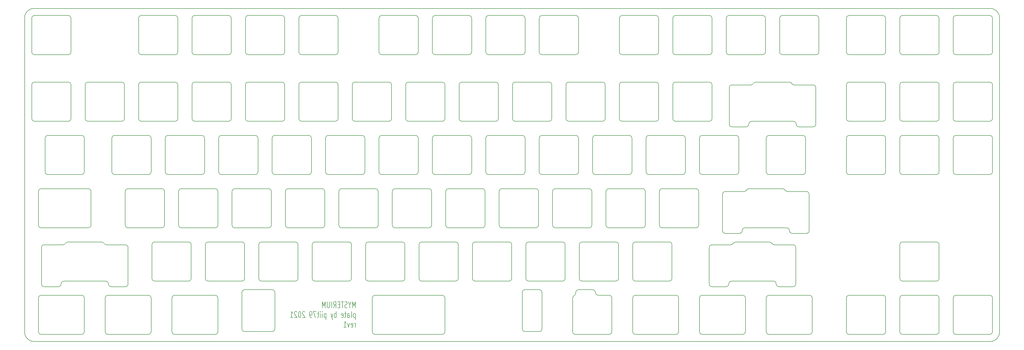
<source format=gbr>
%TF.GenerationSoftware,KiCad,Pcbnew,5.1.7-a382d34a8~88~ubuntu20.04.1*%
%TF.CreationDate,2021-02-20T20:02:39+01:00*%
%TF.ProjectId,mysterium-plate,6d797374-6572-4697-956d-2d706c617465,rev?*%
%TF.SameCoordinates,Original*%
%TF.FileFunction,Legend,Bot*%
%TF.FilePolarity,Positive*%
%FSLAX46Y46*%
G04 Gerber Fmt 4.6, Leading zero omitted, Abs format (unit mm)*
G04 Created by KiCad (PCBNEW 5.1.7-a382d34a8~88~ubuntu20.04.1) date 2021-02-20 20:02:39*
%MOMM*%
%LPD*%
G01*
G04 APERTURE LIST*
%TA.AperFunction,Profile*%
%ADD10C,0.200000*%
%TD*%
%ADD11C,0.200000*%
%TA.AperFunction,Profile*%
%ADD12C,0.150000*%
%TD*%
G04 APERTURE END LIST*
D10*
X225433208Y-148305982D02*
X225433208Y-160305989D01*
X214639451Y-184406002D02*
G75*
G02*
X215639452Y-183406001I1000001J0D01*
G01*
X145470664Y-142255979D02*
X157470671Y-142255979D01*
X221670706Y-99393456D02*
X233670712Y-99393456D01*
X68270623Y-129255972D02*
X68270623Y-141255978D01*
X182283184Y-160305989D02*
G75*
G02*
X181283184Y-161305989I-1000000J0D01*
G01*
X215620703Y-141255978D02*
G75*
G02*
X214620702Y-142255979I-1000001J0D01*
G01*
X221670706Y-142255979D02*
X233670712Y-142255979D01*
X178808182Y-180356000D02*
X190808189Y-180356000D01*
X228908210Y-166355992D02*
X216908203Y-166355992D01*
X115639398Y-198406009D02*
X125395654Y-198406009D01*
X43076859Y-199406010D02*
X57458117Y-199406010D01*
X315927507Y-148305983D02*
G75*
G02*
X316927507Y-149305983I0J-1000000D01*
G01*
X306165001Y-182356001D02*
X311165004Y-182356001D01*
X291820744Y-141255978D02*
G75*
G02*
X290820743Y-142255979I-1000001J0D01*
G01*
X259770726Y-142255978D02*
G75*
G02*
X258770726Y-141255978I0J1000000D01*
G01*
X196570693Y-141255978D02*
G75*
G02*
X195570692Y-142255979I-1000001J0D01*
G01*
X254008223Y-186406003D02*
X254008223Y-198406009D01*
X350258275Y-199406010D02*
X362258282Y-199406010D01*
X281288988Y-168355993D02*
X281288988Y-181356000D01*
X90701885Y-199406010D02*
G75*
G02*
X89701884Y-198406009I0J1000001D01*
G01*
X288288992Y-181356000D02*
G75*
G02*
X289288992Y-180356000I1000000J0D01*
G01*
X259770726Y-142255979D02*
X271770733Y-142255979D01*
X139708161Y-167355992D02*
X139708161Y-179355999D01*
X307489502Y-147305981D02*
G75*
G02*
X308355528Y-147805982I0J-1000001D01*
G01*
X149233167Y-148305982D02*
X149233167Y-160305989D01*
X297004721Y-109705961D02*
G75*
G02*
X296138695Y-110205962I-866026J500000D01*
G01*
X231195711Y-123205969D02*
X243195717Y-123205969D01*
X363258283Y-122205968D02*
G75*
G02*
X362258282Y-123205969I-1000001J0D01*
G01*
X206095698Y-122205968D02*
G75*
G02*
X205095697Y-123205969I-1000001J0D01*
G01*
X330208264Y-86393449D02*
X330208264Y-98393455D01*
X244195718Y-122205968D02*
G75*
G02*
X243195717Y-123205969I-1000001J0D01*
G01*
X248958221Y-179355999D02*
G75*
G02*
X247958220Y-180356000I-1000001J0D01*
G01*
X167995677Y-122205968D02*
G75*
G02*
X166995676Y-123205969I-1000001J0D01*
G01*
X363258282Y-122205968D02*
X363258282Y-110205962D01*
X201620695Y-129255972D02*
X201620695Y-141255978D01*
X382308293Y-98393455D02*
G75*
G02*
X381308292Y-99393456I-1000001J0D01*
G01*
X88320634Y-142255979D02*
G75*
G02*
X87320633Y-141255978I0J1000001D01*
G01*
X240720716Y-142255979D02*
X252720722Y-142255979D01*
X114608148Y-166355992D02*
X102608141Y-166355992D01*
X350258275Y-142255978D02*
G75*
G02*
X349258275Y-141255978I0J1000000D01*
G01*
X193095690Y-123205969D02*
X205095697Y-123205969D01*
X272770734Y-141255978D02*
G75*
G02*
X271770733Y-142255979I-1000001J0D01*
G01*
X263245729Y-122205968D02*
G75*
G02*
X262245728Y-123205969I-1000001J0D01*
G01*
X269295731Y-123205968D02*
G75*
G02*
X268295731Y-122205968I0J1000000D01*
G01*
X102608141Y-180355999D02*
G75*
G02*
X101608141Y-179355999I0J1000000D01*
G01*
X315927507Y-148305982D02*
X309221554Y-148305982D01*
X350258275Y-180356000D02*
X362258282Y-180356000D01*
X95558138Y-166355992D02*
X83558131Y-166355992D01*
X368308285Y-129255972D02*
X368308285Y-141255978D01*
X43076859Y-161305989D02*
X59839368Y-161305989D01*
X101608141Y-167355992D02*
G75*
G02*
X102608141Y-166355992I1000000J0D01*
G01*
X59745618Y-123205968D02*
G75*
G02*
X58745618Y-122205968I0J1000000D01*
G01*
X349258275Y-129255972D02*
X349258275Y-141255978D01*
X106083143Y-160305989D02*
X106083143Y-148305982D01*
X310927504Y-163305990D02*
X315927507Y-163305990D01*
X350258275Y-123205969D02*
X362258282Y-123205969D01*
X382308293Y-122205968D02*
G75*
G02*
X381308292Y-123205969I-1000001J0D01*
G01*
X172758180Y-179355999D02*
G75*
G02*
X171758179Y-180356000I-1000001J0D01*
G01*
X350258275Y-199406009D02*
G75*
G02*
X349258275Y-198406009I0J1000000D01*
G01*
X302633249Y-142255979D02*
X314633256Y-142255979D01*
X145470664Y-142255978D02*
G75*
G02*
X144470664Y-141255978I0J1000000D01*
G01*
X215908203Y-167355992D02*
G75*
G02*
X216908203Y-166355992I1000000J0D01*
G01*
X331208265Y-199406010D02*
G75*
G02*
X330208264Y-198406009I0J1000001D01*
G01*
X43163859Y-168355993D02*
X43163859Y-181356000D01*
X68039873Y-182356001D02*
X73039875Y-182356001D01*
X177520682Y-98393455D02*
G75*
G02*
X176520681Y-99393456I-1000001J0D01*
G01*
X320395759Y-98393455D02*
G75*
G02*
X319395758Y-99393456I-1000001J0D01*
G01*
X45458110Y-142255978D02*
G75*
G02*
X44458110Y-141255978I0J1000000D01*
G01*
X164520675Y-142255979D02*
G75*
G02*
X163520674Y-141255978I0J1000001D01*
G01*
X255008224Y-180356000D02*
X267008230Y-180356000D01*
X68270622Y-129255972D02*
G75*
G02*
X69270623Y-128255971I1000001J0D01*
G01*
X60839368Y-160305989D02*
G75*
G02*
X59839368Y-161305989I-1000000J0D01*
G01*
X162139423Y-199406009D02*
G75*
G02*
X161139423Y-198406009I0J1000000D01*
G01*
X163520674Y-86393449D02*
X163520674Y-98393455D01*
X234958213Y-167355992D02*
X234958213Y-179355999D01*
X66889372Y-199406010D02*
X81270630Y-199406010D01*
X287345741Y-86393449D02*
G75*
G02*
X288345742Y-85393448I1000001J0D01*
G01*
X369308285Y-142255978D02*
G75*
G02*
X368308285Y-141255978I0J1000000D01*
G01*
X232576962Y-186406003D02*
X232576962Y-198406009D01*
X120658151Y-167355992D02*
X120658151Y-179355999D01*
X369308285Y-99393456D02*
X381308292Y-99393456D01*
X294201995Y-198406009D02*
G75*
G02*
X293201994Y-199406010I-1000001J0D01*
G01*
X50163864Y-181356000D02*
G75*
G02*
X51163864Y-180356000I1000000J0D01*
G01*
X135945659Y-99393456D02*
X147945666Y-99393456D01*
X128895656Y-109205961D02*
X116895649Y-109205961D01*
X192095690Y-110205962D02*
X192095690Y-122205968D01*
X235958213Y-180355999D02*
G75*
G02*
X234958213Y-179355999I0J1000000D01*
G01*
X40695608Y-123205969D02*
X52695614Y-123205969D01*
X196570693Y-98393455D02*
G75*
G02*
X195570692Y-99393456I-1000001J0D01*
G01*
X282295738Y-98393455D02*
X282295738Y-86393449D01*
X344208272Y-122205968D02*
G75*
G02*
X343208271Y-123205969I-1000001J0D01*
G01*
X263533228Y-148305982D02*
X263533228Y-160305989D01*
X111133146Y-148305982D02*
X111133146Y-160305989D01*
X231195711Y-123205969D02*
G75*
G02*
X230195710Y-122205968I0J1000001D01*
G01*
X58458117Y-141255978D02*
X58458117Y-129255972D01*
X363258282Y-98393455D02*
X363258282Y-86393449D01*
X97845639Y-99393456D02*
G75*
G02*
X96845638Y-98393455I0J1000001D01*
G01*
X202620695Y-99393456D02*
X214620702Y-99393456D01*
X74033126Y-161305989D02*
X86033132Y-161305989D01*
X382308293Y-198406009D02*
G75*
G02*
X381308292Y-199406010I-1000001J0D01*
G01*
X239433215Y-160305989D02*
G75*
G02*
X238433215Y-161305989I-1000000J0D01*
G01*
X106083144Y-198406009D02*
G75*
G02*
X105083143Y-199406010I-1000001J0D01*
G01*
X318014508Y-198406009D02*
G75*
G02*
X317014507Y-199406010I-1000001J0D01*
G01*
X121658152Y-180356000D02*
G75*
G02*
X120658151Y-179355999I0J1000001D01*
G01*
X131183157Y-161305989D02*
X143183163Y-161305989D01*
X300345748Y-85393448D02*
X288345742Y-85393448D01*
X188333188Y-161305989D02*
X200333194Y-161305989D01*
X150233167Y-161305989D02*
G75*
G02*
X149233167Y-160305989I0J1000000D01*
G01*
X221670706Y-99393456D02*
G75*
G02*
X220670705Y-98393455I0J1000001D01*
G01*
X87320633Y-129255972D02*
X87320633Y-141255978D01*
X115895649Y-110205962D02*
X115895649Y-122205968D01*
X319308759Y-124205969D02*
G75*
G02*
X318308758Y-125205970I-1000001J0D01*
G01*
X154995670Y-123205969D02*
G75*
G02*
X153995669Y-122205968I0J1000001D01*
G01*
X74033126Y-161305990D02*
G75*
G02*
X73033125Y-160305989I0J1000001D01*
G01*
X90701885Y-199406010D02*
X105083143Y-199406010D01*
X116895649Y-99393456D02*
X128895656Y-99393456D01*
X369308285Y-123205969D02*
X381308292Y-123205969D01*
X313308755Y-125205970D02*
X318308758Y-125205970D01*
X239720715Y-129255972D02*
X239720715Y-141255978D01*
X215908203Y-167355992D02*
X215908203Y-179355999D01*
X289288992Y-180356000D02*
X304165000Y-180356000D01*
X245576969Y-185406003D02*
G75*
G02*
X246576969Y-186406003I0J-1000000D01*
G01*
X245576969Y-185406002D02*
X241695716Y-185406002D01*
X278820736Y-142255979D02*
X290820743Y-142255979D01*
X202620695Y-99393455D02*
G75*
G02*
X201620695Y-98393455I0J1000000D01*
G01*
X350258275Y-99393456D02*
X362258282Y-99393456D01*
X309221554Y-148305983D02*
G75*
G02*
X308355528Y-147805982I0J1000001D01*
G01*
X87033132Y-160305989D02*
G75*
G02*
X86033132Y-161305989I-1000000J0D01*
G01*
X131183157Y-161305990D02*
G75*
G02*
X130183156Y-160305989I0J1000001D01*
G01*
X368308285Y-110205962D02*
X368308285Y-122205968D01*
X197858193Y-180356000D02*
X209858199Y-180356000D01*
X363258283Y-198406009D02*
G75*
G02*
X362258282Y-199406010I-1000001J0D01*
G01*
X246576969Y-198406009D02*
X246576969Y-186406003D01*
X250245721Y-123205969D02*
X262245728Y-123205969D01*
X363258283Y-179355999D02*
G75*
G02*
X362258282Y-180356000I-1000001J0D01*
G01*
X215620703Y-98393455D02*
G75*
G02*
X214620702Y-99393456I-1000001J0D01*
G01*
X362258282Y-185406003D02*
G75*
G02*
X363258282Y-186406003I0J-1000000D01*
G01*
X221670706Y-142255979D02*
G75*
G02*
X220670705Y-141255978I0J1000001D01*
G01*
X250245721Y-99393456D02*
X262245728Y-99393456D01*
X363258282Y-198406009D02*
X363258282Y-186406003D01*
X233576962Y-199406009D02*
G75*
G02*
X232576962Y-198406009I0J1000000D01*
G01*
X225145708Y-122205968D02*
G75*
G02*
X224145707Y-123205969I-1000001J0D01*
G01*
X169283177Y-161305989D02*
X181283184Y-161305989D01*
X45458110Y-142255979D02*
X57458117Y-142255979D01*
X369308285Y-123205968D02*
G75*
G02*
X368308285Y-122205968I0J1000000D01*
G01*
X107370644Y-142255979D02*
X119370650Y-142255979D01*
X77795628Y-110205962D02*
X77795628Y-122205968D01*
X164520675Y-142255979D02*
X176520681Y-142255979D01*
X58745618Y-110205962D02*
X58745618Y-122205968D01*
X235958213Y-180356000D02*
X247958220Y-180356000D01*
X202620695Y-142255979D02*
X214620702Y-142255979D01*
X101608141Y-167355992D02*
X101608141Y-179355999D01*
X162233174Y-147305982D02*
X150233167Y-147305982D01*
X226433208Y-161305989D02*
X238433215Y-161305989D01*
X174045680Y-123205969D02*
G75*
G02*
X173045679Y-122205968I0J1000001D01*
G01*
X268295731Y-110205962D02*
X268295731Y-122205968D01*
X245483218Y-161305989D02*
X257483225Y-161305989D01*
X58458118Y-198406009D02*
G75*
G02*
X57458117Y-199406010I-1000001J0D01*
G01*
X350258275Y-123205968D02*
G75*
G02*
X349258275Y-122205968I0J1000000D01*
G01*
X309870753Y-109205961D02*
X297870747Y-109205961D01*
X302633249Y-199406009D02*
G75*
G02*
X301633249Y-198406009I0J1000000D01*
G01*
X282295739Y-98393455D02*
G75*
G02*
X281295738Y-99393456I-1000001J0D01*
G01*
X382308293Y-141255978D02*
G75*
G02*
X381308292Y-142255979I-1000001J0D01*
G01*
X177808182Y-167355992D02*
X177808182Y-179355999D01*
X207383198Y-161305990D02*
G75*
G02*
X206383197Y-160305989I0J1000001D01*
G01*
X88320634Y-142255979D02*
X100320640Y-142255979D01*
X125133153Y-160305989D02*
G75*
G02*
X124133153Y-161305989I-1000000J0D01*
G01*
X363258283Y-98393455D02*
G75*
G02*
X362258282Y-99393456I-1000001J0D01*
G01*
X263245729Y-98393455D02*
G75*
G02*
X262245728Y-99393456I-1000001J0D01*
G01*
X331208265Y-99393456D02*
G75*
G02*
X330208264Y-98393455I0J1000001D01*
G01*
X40695608Y-99393456D02*
X52695614Y-99393456D01*
X169283177Y-161305989D02*
G75*
G02*
X168283177Y-160305989I0J1000000D01*
G01*
X258483225Y-160305989D02*
G75*
G02*
X257483225Y-161305989I-1000000J0D01*
G01*
X344208272Y-98393455D02*
G75*
G02*
X343208271Y-99393456I-1000001J0D01*
G01*
X249245721Y-110205962D02*
X249245721Y-122205968D01*
X254008223Y-167355992D02*
X254008223Y-179355999D01*
X39695607Y-110205962D02*
X39695607Y-122205968D01*
X101320641Y-141255978D02*
G75*
G02*
X100320640Y-142255979I-1000001J0D01*
G01*
X90795635Y-109205961D02*
X78795628Y-109205961D01*
X331208265Y-123205969D02*
G75*
G02*
X330208264Y-122205968I0J1000001D01*
G01*
X126420654Y-142255978D02*
G75*
G02*
X125420654Y-141255978I0J1000000D01*
G01*
X212145700Y-123205968D02*
G75*
G02*
X211145700Y-122205968I0J1000000D01*
G01*
X168283177Y-148305982D02*
X168283177Y-160305989D01*
X51163864Y-180356000D02*
X66039872Y-180356000D01*
X110845646Y-122205968D02*
G75*
G02*
X109845645Y-123205969I-1000001J0D01*
G01*
X172758179Y-179355999D02*
X172758179Y-167355992D01*
X247958220Y-166355992D02*
X235958213Y-166355992D01*
X234958213Y-167355992D02*
G75*
G02*
X235958213Y-166355992I1000000J0D01*
G01*
X134658159Y-179355999D02*
X134658159Y-167355992D01*
X133658158Y-166355991D02*
G75*
G02*
X134658159Y-167355992I0J-1000001D01*
G01*
X133658158Y-166355992D02*
X121658152Y-166355992D01*
X120658152Y-167355992D02*
G75*
G02*
X121658152Y-166355992I1000000J0D01*
G01*
X81270630Y-185406002D02*
X66889372Y-185406002D01*
X183570685Y-142255979D02*
X195570692Y-142255979D01*
X381308292Y-185406002D02*
X369308285Y-185406002D01*
X229908211Y-179355999D02*
G75*
G02*
X228908210Y-180356000I-1000001J0D01*
G01*
X229908210Y-179355999D02*
X229908210Y-167355992D01*
X215639452Y-198406009D02*
G75*
G02*
X214639452Y-197406009I0J1000000D01*
G01*
X215639452Y-198406009D02*
X220639455Y-198406009D01*
X221639455Y-197406009D02*
G75*
G02*
X220639455Y-198406009I-1000000J0D01*
G01*
X228908210Y-166355992D02*
G75*
G02*
X229908210Y-167355992I0J-1000000D01*
G01*
X363258282Y-179355999D02*
X363258282Y-167355992D01*
X362258282Y-166355992D02*
G75*
G02*
X363258282Y-167355992I0J-1000000D01*
G01*
X362258282Y-166355992D02*
X350258275Y-166355992D01*
X349258275Y-167355992D02*
G75*
G02*
X350258275Y-166355992I1000000J0D01*
G01*
X214639452Y-184406002D02*
X214639452Y-197406009D01*
X226433208Y-161305989D02*
G75*
G02*
X225433208Y-160305989I0J1000000D01*
G01*
X186045686Y-185406002D02*
X162139423Y-185406002D01*
X369308285Y-199406010D02*
X381308292Y-199406010D01*
X105083143Y-185406003D02*
G75*
G02*
X106083143Y-186406003I0J-1000000D01*
G01*
X81270630Y-185406003D02*
G75*
G02*
X82270630Y-186406003I0J-1000000D01*
G01*
X161139423Y-186406003D02*
X161139423Y-198406009D01*
X105083143Y-185406002D02*
X90701885Y-185406002D01*
X294201995Y-198406009D02*
X294201995Y-186406003D01*
X64601871Y-166355992D02*
X52601864Y-166355992D01*
X277820735Y-186406003D02*
G75*
G02*
X278820736Y-185406002I1000001J0D01*
G01*
X65889371Y-186406003D02*
G75*
G02*
X66889372Y-185406002I1000001J0D01*
G01*
X65889371Y-186406003D02*
X65889371Y-198406009D01*
X115639398Y-198406009D02*
G75*
G02*
X114639398Y-197406009I0J1000000D01*
G01*
X293201994Y-185406002D02*
G75*
G02*
X294201995Y-186406003I0J-1000001D01*
G01*
X114639398Y-184406002D02*
X114639398Y-197406009D01*
X125395654Y-183406001D02*
X115639398Y-183406001D01*
X331208265Y-142255979D02*
G75*
G02*
X330208264Y-141255978I0J1000001D01*
G01*
X58458117Y-198406009D02*
X58458117Y-186406003D01*
X318014508Y-198406009D02*
X318014508Y-186406003D01*
X317014507Y-185406002D02*
G75*
G02*
X318014508Y-186406003I0J-1000001D01*
G01*
X42076859Y-148305982D02*
G75*
G02*
X43076859Y-147305982I1000000J0D01*
G01*
X57458117Y-185406003D02*
G75*
G02*
X58458117Y-186406003I0J-1000000D01*
G01*
X57458117Y-185406002D02*
X43076859Y-185406002D01*
X368308284Y-186406003D02*
G75*
G02*
X369308285Y-185406002I1000001J0D01*
G01*
X350258275Y-180355999D02*
G75*
G02*
X349258275Y-179355999I0J1000000D01*
G01*
X42076858Y-186406003D02*
G75*
G02*
X43076859Y-185406002I1000001J0D01*
G01*
X382308292Y-198406009D02*
X382308292Y-186406003D01*
X381308292Y-185406003D02*
G75*
G02*
X382308292Y-186406003I0J-1000000D01*
G01*
X317014507Y-185406002D02*
X302633249Y-185406002D01*
X50869813Y-167355992D02*
X44163860Y-167355992D01*
X240720716Y-142255979D02*
G75*
G02*
X239720715Y-141255978I0J1000001D01*
G01*
X301633248Y-186406003D02*
G75*
G02*
X302633249Y-185406002I1000001J0D01*
G01*
X74039876Y-181356000D02*
X74039876Y-168355993D01*
X77795628Y-86393449D02*
X77795628Y-98393455D01*
X73039875Y-167355992D02*
G75*
G02*
X74039876Y-168355993I0J-1000001D01*
G01*
X51735838Y-166855992D02*
G75*
G02*
X50869813Y-167355992I-866025J500000D01*
G01*
X73039875Y-167355992D02*
X66333923Y-167355992D01*
X66333923Y-167355993D02*
G75*
G02*
X65467897Y-166855992I0J1000001D01*
G01*
X43163859Y-168355993D02*
G75*
G02*
X44163860Y-167355992I1000001J0D01*
G01*
X277820736Y-186406003D02*
X277820736Y-198406009D01*
X343208271Y-185406002D02*
G75*
G02*
X344208272Y-186406003I0J-1000001D01*
G01*
X343208271Y-185406002D02*
X331208265Y-185406002D01*
X239695715Y-183406001D02*
G75*
G02*
X240695716Y-184406002I0J-1000001D01*
G01*
X330208264Y-186406003D02*
G75*
G02*
X331208265Y-185406002I1000001J0D01*
G01*
X66039872Y-180356000D02*
G75*
G02*
X67039872Y-181356000I0J-1000000D01*
G01*
X316927507Y-162305990D02*
G75*
G02*
X315927507Y-163305990I-1000000J0D01*
G01*
X241695716Y-185406002D02*
G75*
G02*
X240695716Y-184406002I0J1000000D01*
G01*
X60839369Y-160305989D02*
X60839369Y-148305982D01*
X59839368Y-147305982D02*
X43076859Y-147305982D01*
X82270631Y-198406009D02*
G75*
G02*
X81270630Y-199406010I-1000001J0D01*
G01*
X306395751Y-86393449D02*
X306395751Y-98393455D01*
X233695712Y-184406002D02*
G75*
G02*
X234695713Y-183406001I1000001J0D01*
G01*
X233695712Y-184406002D02*
X233695712Y-184610619D01*
X233695713Y-184610619D02*
G75*
G02*
X233136337Y-185508311I-1000001J0D01*
G01*
X362258282Y-185406002D02*
X350258275Y-185406002D01*
X81270630Y-128255971D02*
X69270623Y-128255971D01*
X232576961Y-186406003D02*
G75*
G02*
X233136337Y-185508311I1000001J0D01*
G01*
X255008224Y-199406010D02*
X269389481Y-199406010D01*
X269295731Y-99393456D02*
X281295738Y-99393456D01*
X270389482Y-198406009D02*
G75*
G02*
X269389481Y-199406010I-1000001J0D01*
G01*
X270389482Y-198406009D02*
X270389482Y-186406003D01*
X269389481Y-185406002D02*
G75*
G02*
X270389482Y-186406003I0J-1000001D01*
G01*
X349258274Y-186406003D02*
G75*
G02*
X350258275Y-185406002I1000001J0D01*
G01*
X312165004Y-181356000D02*
X312165004Y-168355993D01*
X311165004Y-167355993D02*
G75*
G02*
X312165004Y-168355993I0J-1000000D01*
G01*
X311165004Y-167355992D02*
X304459051Y-167355992D01*
X304459051Y-167355993D02*
G75*
G02*
X303593025Y-166855992I0J1000001D01*
G01*
X302726999Y-166355991D02*
G75*
G02*
X303593025Y-166855992I0J-1000001D01*
G01*
X302726999Y-166355992D02*
X290726993Y-166355992D01*
X289860968Y-166855992D02*
G75*
G02*
X290726993Y-166355992I866025J-500000D01*
G01*
X289860966Y-166855992D02*
G75*
G02*
X288994941Y-167355992I-866025J500000D01*
G01*
X288994941Y-167355992D02*
X282288988Y-167355992D01*
X281288987Y-168355993D02*
G75*
G02*
X282288988Y-167355992I1000001J0D01*
G01*
X40695608Y-123205969D02*
G75*
G02*
X39695607Y-122205968I0J1000001D01*
G01*
X139420662Y-141255978D02*
G75*
G02*
X138420661Y-142255979I-1000001J0D01*
G01*
X43076859Y-161305989D02*
G75*
G02*
X42076859Y-160305989I0J1000000D01*
G01*
X302633249Y-142255978D02*
G75*
G02*
X301633249Y-141255978I0J1000000D01*
G01*
X282288988Y-182356000D02*
G75*
G02*
X281288988Y-181356000I0J1000000D01*
G01*
X220383205Y-160305989D02*
X220383205Y-148305982D01*
X83558131Y-180356000D02*
G75*
G02*
X82558130Y-179355999I0J1000001D01*
G01*
X201620695Y-86393449D02*
X201620695Y-98393455D01*
X135945659Y-123205968D02*
G75*
G02*
X134945659Y-122205968I0J1000000D01*
G01*
X210858200Y-179355999D02*
G75*
G02*
X209858199Y-180356000I-1000001J0D01*
G01*
X282288988Y-182356001D02*
X287288991Y-182356001D01*
X112133146Y-161305989D02*
G75*
G02*
X111133146Y-160305989I0J1000000D01*
G01*
X106370643Y-129255972D02*
X106370643Y-141255978D01*
X307489502Y-147305982D02*
X295489495Y-147305982D01*
X120370651Y-141255978D02*
G75*
G02*
X119370650Y-142255979I-1000001J0D01*
G01*
X288288992Y-181356000D02*
G75*
G02*
X287288991Y-182356001I-1000001J0D01*
G01*
X187045687Y-198406009D02*
X187045687Y-186406003D01*
X134945659Y-110205962D02*
X134945659Y-122205968D01*
X39695607Y-86393449D02*
X39695607Y-98393455D01*
X148945667Y-98393455D02*
G75*
G02*
X147945666Y-99393456I-1000001J0D01*
G01*
X301633249Y-186406003D02*
X301633249Y-198406009D01*
X173045679Y-110205962D02*
X173045679Y-122205968D01*
X93083136Y-161305989D02*
G75*
G02*
X92083136Y-160305989I0J1000000D01*
G01*
X42076859Y-186406003D02*
X42076859Y-198406009D01*
X42076859Y-148305982D02*
X42076859Y-160305989D01*
X174045680Y-123205969D02*
X186045686Y-123205969D01*
X135945659Y-99393455D02*
G75*
G02*
X134945659Y-98393455I0J1000000D01*
G01*
X331208265Y-123205969D02*
X343208271Y-123205969D01*
X53695615Y-98393455D02*
G75*
G02*
X52695614Y-99393456I-1000001J0D01*
G01*
X50163863Y-181356000D02*
G75*
G02*
X49163862Y-182356001I-1000001J0D01*
G01*
X183570685Y-142255978D02*
G75*
G02*
X182570685Y-141255978I0J1000000D01*
G01*
X96845638Y-86393449D02*
X96845638Y-98393455D01*
X269295731Y-123205969D02*
X281295738Y-123205969D01*
X207383198Y-161305989D02*
X219383204Y-161305989D01*
X316927507Y-162305990D02*
X316927507Y-149305983D01*
X330208264Y-110205962D02*
X330208264Y-122205968D01*
X288345742Y-99393456D02*
G75*
G02*
X287345741Y-98393455I0J1000001D01*
G01*
X220639455Y-183406001D02*
G75*
G02*
X221639456Y-184406002I0J-1000001D01*
G01*
X211145700Y-110205962D02*
X211145700Y-122205968D01*
X301633249Y-129255972D02*
X301633249Y-141255978D01*
X234670713Y-98393455D02*
G75*
G02*
X233670712Y-99393456I-1000001J0D01*
G01*
X44163860Y-182356001D02*
G75*
G02*
X43163859Y-181356000I0J1000001D01*
G01*
X307395752Y-99393456D02*
X319395758Y-99393456D01*
X255008224Y-199406010D02*
G75*
G02*
X254008223Y-198406009I0J1000001D01*
G01*
X318308758Y-110205962D02*
X311602805Y-110205962D01*
X278820736Y-142255978D02*
G75*
G02*
X277820736Y-141255978I0J1000000D01*
G01*
X91795636Y-98393455D02*
G75*
G02*
X90795635Y-99393456I-1000001J0D01*
G01*
X97845639Y-99393456D02*
X109845645Y-99393456D01*
X58458118Y-141255978D02*
G75*
G02*
X57458117Y-142255979I-1000001J0D01*
G01*
X344208272Y-198406009D02*
G75*
G02*
X343208271Y-199406010I-1000001J0D01*
G01*
X349258275Y-186406003D02*
X349258275Y-198406009D01*
X116895649Y-123205968D02*
G75*
G02*
X115895649Y-122205968I0J1000000D01*
G01*
X112133146Y-161305989D02*
X124133153Y-161305989D01*
X363258283Y-141255978D02*
G75*
G02*
X362258282Y-142255979I-1000001J0D01*
G01*
X97845639Y-123205969D02*
G75*
G02*
X96845638Y-122205968I0J1000001D01*
G01*
X140708162Y-180356000D02*
X152708168Y-180356000D01*
X97845639Y-123205969D02*
X109845645Y-123205969D01*
X134658159Y-179355999D02*
G75*
G02*
X133658158Y-180356000I-1000001J0D01*
G01*
X115895649Y-86393449D02*
X115895649Y-98393455D01*
X116895649Y-99393455D02*
G75*
G02*
X115895649Y-98393455I0J1000000D01*
G01*
X40695608Y-99393456D02*
G75*
G02*
X39695607Y-98393455I0J1000001D01*
G01*
X331208265Y-99393456D02*
X343208271Y-99393456D01*
X82558130Y-167355992D02*
X82558130Y-179355999D01*
X164520675Y-99393456D02*
G75*
G02*
X163520674Y-98393455I0J1000001D01*
G01*
X249245721Y-86393449D02*
X249245721Y-98393455D01*
X369308285Y-142255979D02*
X381308292Y-142255979D01*
X162139423Y-199406010D02*
X186045686Y-199406010D01*
X318308758Y-110205962D02*
G75*
G02*
X319308758Y-111205962I0J-1000000D01*
G01*
X201333194Y-160305989D02*
G75*
G02*
X200333194Y-161305989I-1000000J0D01*
G01*
X72745626Y-122205968D02*
G75*
G02*
X71745625Y-123205969I-1000001J0D01*
G01*
X158758172Y-167355992D02*
X158758172Y-179355999D01*
X368308285Y-86393449D02*
X368308285Y-98393455D01*
X233576962Y-199406010D02*
X245576969Y-199406010D01*
X220639455Y-183406001D02*
X215639452Y-183406001D01*
X250245721Y-123205968D02*
G75*
G02*
X249245721Y-122205968I0J1000000D01*
G01*
X258770726Y-129255972D02*
X258770726Y-141255978D01*
X197858193Y-180356000D02*
G75*
G02*
X196858192Y-179355999I0J1000001D01*
G01*
X135945659Y-123205969D02*
X147945666Y-123205969D01*
X78795628Y-123205968D02*
G75*
G02*
X77795628Y-122205968I0J1000000D01*
G01*
X309870752Y-109205961D02*
G75*
G02*
X310736779Y-109705961I1J-1000001D01*
G01*
X182570685Y-129255972D02*
X182570685Y-141255978D01*
X77795627Y-110205962D02*
G75*
G02*
X78795628Y-109205961I1000001J0D01*
G01*
X201333195Y-160305989D02*
X201333195Y-148305982D01*
X245483218Y-161305989D02*
G75*
G02*
X244483218Y-160305989I0J1000000D01*
G01*
X250245721Y-99393455D02*
G75*
G02*
X249245721Y-98393455I0J1000000D01*
G01*
X44163860Y-182356001D02*
X49163862Y-182356001D01*
X149233167Y-148305982D02*
G75*
G02*
X150233167Y-147305982I1000000J0D01*
G01*
X330208264Y-129255972D02*
X330208264Y-141255978D01*
X350258275Y-99393455D02*
G75*
G02*
X349258275Y-98393455I0J1000000D01*
G01*
X178808182Y-180355999D02*
G75*
G02*
X177808182Y-179355999I0J1000000D01*
G01*
X187045687Y-122205968D02*
G75*
G02*
X186045686Y-123205969I-1000001J0D01*
G01*
X183570685Y-99393456D02*
X195570692Y-99393456D01*
X183570685Y-99393455D02*
G75*
G02*
X182570685Y-98393455I0J1000000D01*
G01*
X216908203Y-180355999D02*
G75*
G02*
X215908203Y-179355999I0J1000000D01*
G01*
X177520682Y-141255978D02*
G75*
G02*
X176520681Y-142255979I-1000001J0D01*
G01*
X188333188Y-161305990D02*
G75*
G02*
X187333187Y-160305989I0J1000001D01*
G01*
X307395752Y-99393456D02*
G75*
G02*
X306395751Y-98393455I0J1000001D01*
G01*
X158470671Y-141255978D02*
X158470671Y-129255972D01*
X164520675Y-99393456D02*
X176520681Y-99393456D01*
X66889372Y-199406010D02*
G75*
G02*
X65889371Y-198406009I0J1000001D01*
G01*
X246576970Y-198406009D02*
G75*
G02*
X245576969Y-199406010I-1000001J0D01*
G01*
X148945667Y-122205968D02*
G75*
G02*
X147945666Y-123205969I-1000001J0D01*
G01*
X220670705Y-86393449D02*
X220670705Y-98393455D01*
X78795628Y-99393455D02*
G75*
G02*
X77795628Y-98393455I0J1000000D01*
G01*
X163520674Y-129255972D02*
X163520674Y-141255978D01*
X74039876Y-181356000D02*
G75*
G02*
X73039875Y-182356001I-1000001J0D01*
G01*
X93083136Y-161305989D02*
X105083143Y-161305989D01*
X106083143Y-160305989D02*
G75*
G02*
X105083143Y-161305989I-1000000J0D01*
G01*
X134945659Y-86393449D02*
X134945659Y-98393455D01*
X107370644Y-142255979D02*
G75*
G02*
X106370643Y-141255978I0J1000001D01*
G01*
X153995669Y-110205962D02*
X153995669Y-122205968D01*
X369308285Y-99393455D02*
G75*
G02*
X368308285Y-98393455I0J1000000D01*
G01*
X129895657Y-98393455D02*
G75*
G02*
X128895656Y-99393456I-1000001J0D01*
G01*
X144183164Y-160305989D02*
X144183164Y-148305982D01*
X202620695Y-142255978D02*
G75*
G02*
X201620695Y-141255978I0J1000000D01*
G01*
X264533229Y-161305989D02*
X276533235Y-161305989D01*
X69270623Y-142255978D02*
G75*
G02*
X68270623Y-141255978I0J1000000D01*
G01*
X144183163Y-160305989D02*
G75*
G02*
X143183163Y-161305989I-1000000J0D01*
G01*
X287051491Y-163305991D02*
G75*
G02*
X286051490Y-162305990I0J1000001D01*
G01*
X287051491Y-163305990D02*
X292051494Y-163305990D01*
X293051494Y-162305990D02*
G75*
G02*
X294051495Y-161305989I1000001J0D01*
G01*
X83558131Y-180356000D02*
X95558138Y-180356000D01*
X96558138Y-179355999D02*
X96558138Y-167355992D01*
X220670705Y-129255972D02*
X220670705Y-141255978D01*
X134945658Y-86393449D02*
G75*
G02*
X135945659Y-85393448I1000001J0D01*
G01*
X271770733Y-128255971D02*
X259770726Y-128255971D01*
X196570692Y-141255978D02*
X196570692Y-129255972D01*
X195570692Y-128255971D02*
X183570685Y-128255971D01*
X221639456Y-197406009D02*
X221639456Y-184406002D01*
X143183163Y-147305981D02*
G75*
G02*
X144183164Y-148305982I0J-1000001D01*
G01*
X130183157Y-148305982D02*
G75*
G02*
X131183157Y-147305982I1000000J0D01*
G01*
X150233167Y-161305989D02*
X162233174Y-161305989D01*
X163233174Y-160305989D02*
X163233174Y-148305982D01*
X382308292Y-141255978D02*
X382308292Y-129255972D01*
X39695607Y-110205962D02*
G75*
G02*
X40695608Y-109205961I1000001J0D01*
G01*
X319395758Y-85393448D02*
G75*
G02*
X320395759Y-86393449I0J-1000001D01*
G01*
X281295738Y-85393449D02*
G75*
G02*
X282295738Y-86393449I0J-1000000D01*
G01*
X268295730Y-86393449D02*
G75*
G02*
X269295731Y-85393448I1000001J0D01*
G01*
X288345742Y-99393456D02*
X300345748Y-99393456D01*
X230195710Y-110205962D02*
X230195710Y-122205968D01*
X308927503Y-161305990D02*
G75*
G02*
X309927503Y-162305990I0J-1000000D01*
G01*
X293201994Y-185406002D02*
X278820736Y-185406002D01*
X331208265Y-142255979D02*
X343208271Y-142255979D01*
X64601871Y-166355991D02*
G75*
G02*
X65467897Y-166855992I0J-1000001D01*
G01*
X161139422Y-186406003D02*
G75*
G02*
X162139423Y-185406002I1000001J0D01*
G01*
X89701884Y-186406003D02*
G75*
G02*
X90701885Y-185406002I1000001J0D01*
G01*
X186045686Y-185406002D02*
G75*
G02*
X187045687Y-186406003I0J-1000001D01*
G01*
X68039873Y-182356001D02*
G75*
G02*
X67039872Y-181356000I0J1000001D01*
G01*
X121658152Y-180356000D02*
X133658158Y-180356000D01*
X82558131Y-167355992D02*
G75*
G02*
X83558131Y-166355992I1000000J0D01*
G01*
X267008230Y-166355992D02*
X255008224Y-166355992D01*
X191808189Y-179355999D02*
X191808189Y-167355992D01*
X190808189Y-166355992D02*
X178808182Y-166355992D01*
X196858193Y-167355992D02*
G75*
G02*
X197858193Y-166355992I1000000J0D01*
G01*
X281295738Y-109205962D02*
G75*
G02*
X282295738Y-110205962I0J-1000000D01*
G01*
X344208272Y-198406009D02*
X344208272Y-186406003D01*
X281295738Y-109205961D02*
X269295731Y-109205961D01*
X115895648Y-110205962D02*
G75*
G02*
X116895649Y-109205961I1000001J0D01*
G01*
X78795628Y-99393456D02*
X90795635Y-99393456D01*
X381308292Y-109205962D02*
G75*
G02*
X382308292Y-110205962I0J-1000000D01*
G01*
X368308284Y-110205962D02*
G75*
G02*
X369308285Y-109205961I1000001J0D01*
G01*
X176520681Y-128255971D02*
X164520675Y-128255971D01*
X138420661Y-128255971D02*
X126420654Y-128255971D01*
X234670713Y-141255978D02*
G75*
G02*
X233670712Y-142255979I-1000001J0D01*
G01*
X311602805Y-110205962D02*
G75*
G02*
X310736779Y-109705961I0J1000001D01*
G01*
X368308285Y-186406003D02*
X368308285Y-198406009D01*
X330208264Y-186406003D02*
X330208264Y-198406009D01*
X59839368Y-147305981D02*
G75*
G02*
X60839369Y-148305982I0J-1000001D01*
G01*
X182570685Y-86393449D02*
X182570685Y-98393455D01*
X234670713Y-141255978D02*
X234670713Y-129255972D01*
X287345741Y-86393449D02*
X287345741Y-98393455D01*
X212145700Y-123205969D02*
X224145707Y-123205969D01*
X254008223Y-186406003D02*
G75*
G02*
X255008224Y-185406002I1000001J0D01*
G01*
X82270630Y-198406009D02*
X82270630Y-186406003D01*
X53695615Y-122205968D02*
G75*
G02*
X52695614Y-123205969I-1000001J0D01*
G01*
X43076859Y-199406009D02*
G75*
G02*
X42076859Y-198406009I0J1000000D01*
G01*
X350258275Y-142255979D02*
X362258282Y-142255979D01*
X381308292Y-109205961D02*
X369308285Y-109205961D01*
X255008224Y-180356000D02*
G75*
G02*
X254008223Y-179355999I0J1000001D01*
G01*
X177520682Y-141255978D02*
X177520682Y-129255972D01*
X163520674Y-129255972D02*
G75*
G02*
X164520675Y-128255971I1000001J0D01*
G01*
X125420653Y-129255972D02*
G75*
G02*
X126420654Y-128255971I1000001J0D01*
G01*
X157470671Y-128255972D02*
G75*
G02*
X158470671Y-129255972I0J-1000000D01*
G01*
X144470663Y-129255972D02*
G75*
G02*
X145470664Y-128255971I1000001J0D01*
G01*
X87033133Y-160305989D02*
X87033133Y-148305982D01*
X51735839Y-166855992D02*
G75*
G02*
X52601864Y-166355992I866025J-500000D01*
G01*
X239695715Y-183406001D02*
X234695713Y-183406001D01*
X220383204Y-160305989D02*
G75*
G02*
X219383204Y-161305989I-1000000J0D01*
G01*
X319308758Y-124205969D02*
X319308758Y-111205962D01*
X277820736Y-129255972D02*
X277820736Y-141255978D01*
X110845646Y-98393455D02*
G75*
G02*
X109845645Y-99393456I-1000001J0D01*
G01*
X253720723Y-141255978D02*
G75*
G02*
X252720722Y-142255979I-1000001J0D01*
G01*
X53695615Y-98393455D02*
X53695615Y-86393449D01*
X52695614Y-85393448D02*
G75*
G02*
X53695615Y-86393449I0J-1000001D01*
G01*
X52695614Y-85393448D02*
X40695608Y-85393448D01*
X39695607Y-86393449D02*
G75*
G02*
X40695608Y-85393448I1000001J0D01*
G01*
X91795635Y-98393455D02*
X91795635Y-86393449D01*
X90795635Y-85393449D02*
G75*
G02*
X91795635Y-86393449I0J-1000000D01*
G01*
X90795635Y-85393448D02*
X78795628Y-85393448D01*
X77795627Y-86393449D02*
G75*
G02*
X78795628Y-85393448I1000001J0D01*
G01*
X264533229Y-161305990D02*
G75*
G02*
X263533228Y-160305989I0J1000001D01*
G01*
X234670713Y-98393455D02*
X234670713Y-86393449D01*
X233670712Y-85393448D02*
G75*
G02*
X234670713Y-86393449I0J-1000001D01*
G01*
X233670712Y-85393448D02*
X221670706Y-85393448D01*
X220670705Y-86393449D02*
G75*
G02*
X221670706Y-85393448I1000001J0D01*
G01*
X278820736Y-199406010D02*
X293201994Y-199406010D01*
X153708169Y-179355999D02*
G75*
G02*
X152708168Y-180356000I-1000001J0D01*
G01*
X129895656Y-98393455D02*
X129895656Y-86393449D01*
X128895656Y-85393449D02*
G75*
G02*
X129895656Y-86393449I0J-1000000D01*
G01*
X315633257Y-141255978D02*
G75*
G02*
X314633256Y-142255979I-1000001J0D01*
G01*
X344208272Y-141255978D02*
G75*
G02*
X343208271Y-142255979I-1000001J0D01*
G01*
X154995670Y-123205969D02*
X166995676Y-123205969D01*
X297004721Y-109705961D02*
G75*
G02*
X297870747Y-109205961I866026J-500001D01*
G01*
X187045687Y-198406009D02*
G75*
G02*
X186045686Y-199406010I-1000001J0D01*
G01*
X140708162Y-180356000D02*
G75*
G02*
X139708161Y-179355999I0J1000001D01*
G01*
X128895656Y-85393448D02*
X116895649Y-85393448D01*
X115895648Y-86393449D02*
G75*
G02*
X116895649Y-85393448I1000001J0D01*
G01*
X196570692Y-98393455D02*
X196570692Y-86393449D01*
X195570692Y-85393449D02*
G75*
G02*
X196570692Y-86393449I0J-1000000D01*
G01*
X195570692Y-85393448D02*
X183570685Y-85393448D01*
X182570684Y-86393449D02*
G75*
G02*
X183570685Y-85393448I1000001J0D01*
G01*
X110845646Y-98393455D02*
X110845646Y-86393449D01*
X269295731Y-99393455D02*
G75*
G02*
X268295731Y-98393455I0J1000000D01*
G01*
X126395654Y-197406009D02*
G75*
G02*
X125395654Y-198406009I-1000000J0D01*
G01*
X268008231Y-179355999D02*
G75*
G02*
X267008230Y-180356000I-1000001J0D01*
G01*
X109845645Y-85393448D02*
G75*
G02*
X110845646Y-86393449I0J-1000001D01*
G01*
X109845645Y-85393448D02*
X97845639Y-85393448D01*
X96845638Y-86393449D02*
G75*
G02*
X97845639Y-85393448I1000001J0D01*
G01*
X215620702Y-98393455D02*
X215620702Y-86393449D01*
X214620702Y-85393449D02*
G75*
G02*
X215620702Y-86393449I0J-1000000D01*
G01*
X214620702Y-85393448D02*
X202620695Y-85393448D01*
X186045686Y-109205961D02*
G75*
G02*
X187045687Y-110205962I0J-1000001D01*
G01*
X173045679Y-110205962D02*
G75*
G02*
X174045680Y-109205961I1000001J0D01*
G01*
X201620694Y-86393449D02*
G75*
G02*
X202620695Y-85393448I1000001J0D01*
G01*
X148945666Y-98393455D02*
X148945666Y-86393449D01*
X115608149Y-179355999D02*
G75*
G02*
X114608148Y-180356000I-1000001J0D01*
G01*
X147945666Y-85393449D02*
G75*
G02*
X148945666Y-86393449I0J-1000000D01*
G01*
X147945666Y-85393448D02*
X135945659Y-85393448D01*
X177520682Y-98393455D02*
X177520682Y-86393449D01*
X258770725Y-129255972D02*
G75*
G02*
X259770726Y-128255971I1000001J0D01*
G01*
X176520681Y-85393448D02*
G75*
G02*
X177520682Y-86393449I0J-1000001D01*
G01*
X176520681Y-85393448D02*
X164520675Y-85393448D01*
X163520674Y-86393449D02*
G75*
G02*
X164520675Y-85393448I1000001J0D01*
G01*
X53695615Y-122205968D02*
X53695615Y-110205962D01*
X52695614Y-109205961D02*
G75*
G02*
X53695615Y-110205962I0J-1000001D01*
G01*
X52695614Y-109205961D02*
X40695608Y-109205961D01*
X320395759Y-98393455D02*
X320395759Y-86393449D01*
X319395758Y-85393448D02*
X307395752Y-85393448D01*
X306395751Y-86393449D02*
G75*
G02*
X307395752Y-85393448I1000001J0D01*
G01*
X281295738Y-85393448D02*
X269295731Y-85393448D01*
X268295731Y-86393449D02*
X268295731Y-98393455D01*
X301345749Y-98393455D02*
G75*
G02*
X300345748Y-99393456I-1000001J0D01*
G01*
X301345749Y-98393455D02*
X301345749Y-86393449D01*
X300345748Y-85393448D02*
G75*
G02*
X301345749Y-86393449I0J-1000001D01*
G01*
X382308292Y-98393455D02*
X382308292Y-86393449D01*
X381308292Y-85393449D02*
G75*
G02*
X382308292Y-86393449I0J-1000000D01*
G01*
X381308292Y-85393448D02*
X369308285Y-85393448D01*
X368308284Y-86393449D02*
G75*
G02*
X369308285Y-85393448I1000001J0D01*
G01*
X344208272Y-98393455D02*
X344208272Y-86393449D01*
X343208271Y-85393448D02*
G75*
G02*
X344208272Y-86393449I0J-1000001D01*
G01*
X349258275Y-110205962D02*
X349258275Y-122205968D01*
X343208271Y-85393448D02*
X331208265Y-85393448D01*
X330208264Y-86393449D02*
G75*
G02*
X331208265Y-85393448I1000001J0D01*
G01*
X263245728Y-98393455D02*
X263245728Y-86393449D01*
X262245728Y-85393449D02*
G75*
G02*
X263245728Y-86393449I0J-1000000D01*
G01*
X262245728Y-85393448D02*
X250245721Y-85393448D01*
X249245720Y-86393449D02*
G75*
G02*
X250245721Y-85393448I1000001J0D01*
G01*
X362258282Y-85393449D02*
G75*
G02*
X363258282Y-86393449I0J-1000000D01*
G01*
X362258282Y-85393448D02*
X350258275Y-85393448D01*
X349258274Y-86393449D02*
G75*
G02*
X350258275Y-85393448I1000001J0D01*
G01*
X349258275Y-86393449D02*
X349258275Y-98393455D01*
X78795628Y-123205969D02*
X90795635Y-123205969D01*
X91795636Y-122205968D02*
G75*
G02*
X90795635Y-123205969I-1000001J0D01*
G01*
X91795635Y-122205968D02*
X91795635Y-110205962D01*
X90795635Y-109205962D02*
G75*
G02*
X91795635Y-110205962I0J-1000000D01*
G01*
X206095697Y-122205968D02*
X206095697Y-110205962D01*
X205095697Y-109205962D02*
G75*
G02*
X206095697Y-110205962I0J-1000000D01*
G01*
X205095697Y-109205961D02*
X193095690Y-109205961D01*
X192095689Y-110205962D02*
G75*
G02*
X193095690Y-109205961I1000001J0D01*
G01*
X148945666Y-122205968D02*
X148945666Y-110205962D01*
X147945666Y-109205962D02*
G75*
G02*
X148945666Y-110205962I0J-1000000D01*
G01*
X147945666Y-109205961D02*
X135945659Y-109205961D01*
X134945658Y-110205962D02*
G75*
G02*
X135945659Y-109205961I1000001J0D01*
G01*
X302633249Y-199406010D02*
X317014507Y-199406010D01*
X116895649Y-123205969D02*
X128895656Y-123205969D01*
X129895657Y-122205968D02*
G75*
G02*
X128895656Y-123205969I-1000001J0D01*
G01*
X129895656Y-122205968D02*
X129895656Y-110205962D01*
X128895656Y-109205962D02*
G75*
G02*
X129895656Y-110205962I0J-1000000D01*
G01*
X167995677Y-122205968D02*
X167995677Y-110205962D01*
X166995676Y-109205961D02*
G75*
G02*
X167995677Y-110205962I0J-1000001D01*
G01*
X166995676Y-109205961D02*
X154995670Y-109205961D01*
X278820736Y-199406009D02*
G75*
G02*
X277820736Y-198406009I0J1000000D01*
G01*
X158470672Y-141255978D02*
G75*
G02*
X157470671Y-142255979I-1000001J0D01*
G01*
X139420661Y-141255978D02*
X139420661Y-129255972D01*
X153995669Y-110205962D02*
G75*
G02*
X154995670Y-109205961I1000001J0D01*
G01*
X110845646Y-122205968D02*
X110845646Y-110205962D01*
X109845645Y-109205961D02*
G75*
G02*
X110845646Y-110205962I0J-1000001D01*
G01*
X109845645Y-109205961D02*
X97845639Y-109205961D01*
X96845638Y-110205962D02*
G75*
G02*
X97845639Y-109205961I1000001J0D01*
G01*
X72745625Y-122205968D02*
X72745625Y-110205962D01*
X89701884Y-186406003D02*
X89701884Y-198406009D01*
X252720722Y-128255971D02*
X240720716Y-128255971D01*
X291820744Y-141255978D02*
X291820744Y-129255972D01*
X290820743Y-128255971D02*
X278820736Y-128255971D01*
X71745625Y-109205962D02*
G75*
G02*
X72745625Y-110205962I0J-1000000D01*
G01*
X71745625Y-109205961D02*
X59745618Y-109205961D01*
X58745617Y-110205962D02*
G75*
G02*
X59745618Y-109205961I1000001J0D01*
G01*
X187045687Y-122205968D02*
X187045687Y-110205962D01*
X244483218Y-148305982D02*
G75*
G02*
X245483218Y-147305982I1000000J0D01*
G01*
X294623469Y-147805982D02*
G75*
G02*
X293757444Y-148305982I-866025J500000D01*
G01*
X349258275Y-167355992D02*
X349258275Y-179355999D01*
X286051490Y-149305983D02*
G75*
G02*
X287051491Y-148305982I1000001J0D01*
G01*
X186045686Y-109205961D02*
X174045680Y-109205961D01*
X362258282Y-109205962D02*
G75*
G02*
X363258282Y-110205962I0J-1000000D01*
G01*
X362258282Y-109205961D02*
X350258275Y-109205961D01*
X349258274Y-110205962D02*
G75*
G02*
X350258275Y-109205961I1000001J0D01*
G01*
X244195718Y-122205968D02*
X244195718Y-110205962D01*
X243195717Y-109205961D02*
G75*
G02*
X244195718Y-110205962I0J-1000001D01*
G01*
X243195717Y-109205961D02*
X231195711Y-109205961D01*
X125395654Y-183406002D02*
G75*
G02*
X126395654Y-184406002I0J-1000000D01*
G01*
X230195710Y-110205962D02*
G75*
G02*
X231195711Y-109205961I1000001J0D01*
G01*
X282295738Y-122205968D02*
X282295738Y-110205962D01*
X210858200Y-179355999D02*
X210858200Y-167355992D01*
X209858199Y-166355991D02*
G75*
G02*
X210858200Y-167355992I0J-1000001D01*
G01*
X153708169Y-179355999D02*
X153708169Y-167355992D01*
X152708168Y-166355992D02*
X140708162Y-166355992D01*
X268295730Y-110205962D02*
G75*
G02*
X269295731Y-109205961I1000001J0D01*
G01*
X344208272Y-122205968D02*
X344208272Y-110205962D01*
X126420654Y-142255979D02*
X138420661Y-142255979D01*
X343208271Y-109205961D02*
G75*
G02*
X344208272Y-110205962I0J-1000001D01*
G01*
X343208271Y-109205961D02*
X331208265Y-109205961D01*
X330208264Y-110205962D02*
G75*
G02*
X331208265Y-109205961I1000001J0D01*
G01*
X263245728Y-122205968D02*
X263245728Y-110205962D01*
X262245728Y-109205962D02*
G75*
G02*
X263245728Y-110205962I0J-1000000D01*
G01*
X262245728Y-109205961D02*
X250245721Y-109205961D01*
X249245720Y-110205962D02*
G75*
G02*
X250245721Y-109205961I1000001J0D01*
G01*
X296138695Y-110205962D02*
X289432742Y-110205962D01*
X331208265Y-199406010D02*
X343208271Y-199406010D01*
X288432742Y-111205962D02*
G75*
G02*
X289432742Y-110205962I1000000J0D01*
G01*
X288432742Y-111205962D02*
X288432742Y-124205969D01*
X244483218Y-148305982D02*
X244483218Y-160305989D01*
X289432742Y-125205969D02*
G75*
G02*
X288432742Y-124205969I0J1000000D01*
G01*
X289432742Y-125205970D02*
X294432745Y-125205970D01*
X59745618Y-123205969D02*
X71745625Y-123205969D01*
X295432746Y-124205969D02*
G75*
G02*
X294432745Y-125205970I-1000001J0D01*
G01*
X295432746Y-124205969D02*
G75*
G02*
X296432746Y-123205969I1000000J0D01*
G01*
X296432746Y-123205969D02*
X311308754Y-123205969D01*
X311308754Y-123205968D02*
G75*
G02*
X312308755Y-124205969I0J-1000001D01*
G01*
X313308755Y-125205969D02*
G75*
G02*
X312308755Y-124205969I0J1000000D01*
G01*
X225145707Y-122205968D02*
X225145707Y-110205962D01*
X224145707Y-109205962D02*
G75*
G02*
X225145707Y-110205962I0J-1000000D01*
G01*
X224145707Y-109205961D02*
X212145700Y-109205961D01*
X211145699Y-110205962D02*
G75*
G02*
X212145700Y-109205961I1000001J0D01*
G01*
X101320641Y-141255978D02*
X101320641Y-129255972D01*
X312165005Y-181356000D02*
G75*
G02*
X311165004Y-182356001I-1000001J0D01*
G01*
X100320640Y-128255971D02*
G75*
G02*
X101320641Y-129255972I0J-1000001D01*
G01*
X100320640Y-128255971D02*
X88320634Y-128255971D01*
X87320633Y-129255972D02*
G75*
G02*
X88320634Y-128255971I1000001J0D01*
G01*
X120370651Y-141255978D02*
X120370651Y-129255972D01*
X119370650Y-128255971D02*
G75*
G02*
X120370651Y-129255972I0J-1000001D01*
G01*
X119370650Y-128255971D02*
X107370644Y-128255971D01*
X96845638Y-110205962D02*
X96845638Y-122205968D01*
X106370643Y-129255972D02*
G75*
G02*
X107370644Y-128255971I1000001J0D01*
G01*
X382308292Y-122205968D02*
X382308292Y-110205962D01*
X176520681Y-128255971D02*
G75*
G02*
X177520682Y-129255972I0J-1000001D01*
G01*
X138420661Y-128255972D02*
G75*
G02*
X139420661Y-129255972I0J-1000000D01*
G01*
X125420654Y-129255972D02*
X125420654Y-141255978D01*
X157470671Y-128255971D02*
X145470664Y-128255971D01*
X144470664Y-129255972D02*
X144470664Y-141255978D01*
X69270623Y-142255979D02*
X81270630Y-142255979D01*
X82270631Y-141255978D02*
G75*
G02*
X81270630Y-142255979I-1000001J0D01*
G01*
X82270630Y-141255978D02*
X82270630Y-129255972D01*
X81270630Y-128255972D02*
G75*
G02*
X82270630Y-129255972I0J-1000000D01*
G01*
X57458117Y-128255972D02*
G75*
G02*
X58458117Y-129255972I0J-1000000D01*
G01*
X57458117Y-128255971D02*
X45458110Y-128255971D01*
X44458109Y-129255972D02*
G75*
G02*
X45458110Y-128255971I1000001J0D01*
G01*
X44458110Y-129255972D02*
X44458110Y-141255978D01*
X253720723Y-141255978D02*
X253720723Y-129255972D01*
X252720722Y-128255971D02*
G75*
G02*
X253720723Y-129255972I0J-1000001D01*
G01*
X239720715Y-129255972D02*
G75*
G02*
X240720716Y-128255971I1000001J0D01*
G01*
X290820743Y-128255971D02*
G75*
G02*
X291820744Y-129255972I0J-1000001D01*
G01*
X277820735Y-129255972D02*
G75*
G02*
X278820736Y-128255971I1000001J0D01*
G01*
X344208272Y-141255978D02*
X344208272Y-129255972D01*
X343208271Y-128255971D02*
G75*
G02*
X344208272Y-129255972I0J-1000001D01*
G01*
X343208271Y-128255971D02*
X331208265Y-128255971D01*
X330208264Y-129255972D02*
G75*
G02*
X331208265Y-128255971I1000001J0D01*
G01*
X315633256Y-141255978D02*
X315633256Y-129255972D01*
X314633256Y-128255972D02*
G75*
G02*
X315633256Y-129255972I0J-1000000D01*
G01*
X314633256Y-128255971D02*
X302633249Y-128255971D01*
X301633248Y-129255972D02*
G75*
G02*
X302633249Y-128255971I1000001J0D01*
G01*
X215620702Y-141255978D02*
X215620702Y-129255972D01*
X214620702Y-128255972D02*
G75*
G02*
X215620702Y-129255972I0J-1000000D01*
G01*
X214620702Y-128255971D02*
X202620695Y-128255971D01*
X201620694Y-129255972D02*
G75*
G02*
X202620695Y-128255971I1000001J0D01*
G01*
X233670712Y-128255971D02*
G75*
G02*
X234670713Y-129255972I0J-1000001D01*
G01*
X233670712Y-128255971D02*
X221670706Y-128255971D01*
X220670705Y-129255972D02*
G75*
G02*
X221670706Y-128255971I1000001J0D01*
G01*
X272770733Y-141255978D02*
X272770733Y-129255972D01*
X271770733Y-128255972D02*
G75*
G02*
X272770733Y-129255972I0J-1000000D01*
G01*
X195570692Y-128255972D02*
G75*
G02*
X196570692Y-129255972I0J-1000000D01*
G01*
X182570684Y-129255972D02*
G75*
G02*
X183570685Y-128255971I1000001J0D01*
G01*
X159758172Y-180355999D02*
G75*
G02*
X158758172Y-179355999I0J1000000D01*
G01*
X143183163Y-147305982D02*
X131183157Y-147305982D01*
X130183156Y-148305982D02*
X130183156Y-160305989D01*
X163233174Y-160305989D02*
G75*
G02*
X162233174Y-161305989I-1000000J0D01*
G01*
X162233174Y-147305982D02*
G75*
G02*
X163233174Y-148305982I0J-1000000D01*
G01*
X381308292Y-128255972D02*
G75*
G02*
X382308292Y-129255972I0J-1000000D01*
G01*
X381308292Y-128255971D02*
X369308285Y-128255971D01*
X114639397Y-184406002D02*
G75*
G02*
X115639398Y-183406001I1000001J0D01*
G01*
X248958220Y-179355999D02*
X248958220Y-167355992D01*
X171758179Y-166355992D02*
G75*
G02*
X172758179Y-167355992I0J-1000000D01*
G01*
X368308284Y-129255972D02*
G75*
G02*
X369308285Y-128255971I1000001J0D01*
G01*
X86033132Y-147305981D02*
G75*
G02*
X87033133Y-148305982I0J-1000001D01*
G01*
X86033132Y-147305982D02*
X74033126Y-147305982D01*
X73033126Y-148305982D02*
G75*
G02*
X74033126Y-147305982I1000000J0D01*
G01*
X73033125Y-148305982D02*
X73033125Y-160305989D01*
X363258282Y-141255978D02*
X363258282Y-129255972D01*
X362258282Y-128255972D02*
G75*
G02*
X363258282Y-129255972I0J-1000000D01*
G01*
X362258282Y-128255971D02*
X350258275Y-128255971D01*
X349258274Y-129255972D02*
G75*
G02*
X350258275Y-128255971I1000001J0D01*
G01*
X125133153Y-160305989D02*
X125133153Y-148305982D01*
X124133153Y-147305982D02*
G75*
G02*
X125133153Y-148305982I0J-1000000D01*
G01*
X124133153Y-147305982D02*
X112133146Y-147305982D01*
X111133146Y-148305982D02*
G75*
G02*
X112133146Y-147305982I1000000J0D01*
G01*
X105083143Y-147305982D02*
G75*
G02*
X106083143Y-148305982I0J-1000000D01*
G01*
X282295739Y-122205968D02*
G75*
G02*
X281295738Y-123205969I-1000001J0D01*
G01*
X105083143Y-147305982D02*
X93083136Y-147305982D01*
X92083136Y-148305982D02*
G75*
G02*
X93083136Y-147305982I1000000J0D01*
G01*
X92083136Y-148305982D02*
X92083136Y-160305989D01*
X200333194Y-147305981D02*
G75*
G02*
X201333195Y-148305982I0J-1000001D01*
G01*
X200333194Y-147305982D02*
X188333188Y-147305982D01*
X193095690Y-123205968D02*
G75*
G02*
X192095690Y-122205968I0J1000000D01*
G01*
X187333188Y-148305982D02*
G75*
G02*
X188333188Y-147305982I1000000J0D01*
G01*
X277533235Y-160305989D02*
G75*
G02*
X276533235Y-161305989I-1000000J0D01*
G01*
X187333187Y-148305982D02*
X187333187Y-160305989D01*
X159758172Y-180356000D02*
X171758179Y-180356000D01*
X182283184Y-160305989D02*
X182283184Y-148305982D01*
X369308285Y-199406009D02*
G75*
G02*
X368308285Y-198406009I0J1000000D01*
G01*
X126395654Y-197406009D02*
X126395654Y-184406002D01*
X181283184Y-147305982D02*
G75*
G02*
X182283184Y-148305982I0J-1000000D01*
G01*
X181283184Y-147305982D02*
X169283177Y-147305982D01*
X168283177Y-148305982D02*
G75*
G02*
X169283177Y-147305982I1000000J0D01*
G01*
X277533236Y-160305989D02*
X277533236Y-148305982D01*
X276533235Y-147305981D02*
G75*
G02*
X277533236Y-148305982I0J-1000001D01*
G01*
X276533235Y-147305982D02*
X264533229Y-147305982D01*
X263533229Y-148305982D02*
G75*
G02*
X264533229Y-147305982I1000000J0D01*
G01*
X239433215Y-160305989D02*
X239433215Y-148305982D01*
X238433215Y-147305982D02*
G75*
G02*
X239433215Y-148305982I0J-1000000D01*
G01*
X238433215Y-147305982D02*
X226433208Y-147305982D01*
X225433208Y-148305982D02*
G75*
G02*
X226433208Y-147305982I1000000J0D01*
G01*
X219383204Y-147305981D02*
G75*
G02*
X220383205Y-148305982I0J-1000001D01*
G01*
X219383204Y-147305982D02*
X207383198Y-147305982D01*
X206383198Y-148305982D02*
G75*
G02*
X207383198Y-147305982I1000000J0D01*
G01*
X206383197Y-148305982D02*
X206383197Y-160305989D01*
X258483225Y-160305989D02*
X258483225Y-148305982D01*
X257483225Y-147305982D02*
G75*
G02*
X258483225Y-148305982I0J-1000000D01*
G01*
X257483225Y-147305982D02*
X245483218Y-147305982D01*
X294623470Y-147805982D02*
G75*
G02*
X295489495Y-147305982I866025J-500000D01*
G01*
X293757444Y-148305982D02*
X287051491Y-148305982D01*
X286051490Y-149305983D02*
X286051490Y-162305990D01*
X293051494Y-162305990D02*
G75*
G02*
X292051494Y-163305990I-1000000J0D01*
G01*
X294051495Y-161305989D02*
X308927503Y-161305989D01*
X96558139Y-179355999D02*
G75*
G02*
X95558138Y-180356000I-1000001J0D01*
G01*
X95558138Y-166355992D02*
G75*
G02*
X96558138Y-167355992I0J-1000000D01*
G01*
X102608141Y-180356000D02*
X114608148Y-180356000D01*
X115608148Y-179355999D02*
X115608148Y-167355992D01*
X114608148Y-166355992D02*
G75*
G02*
X115608148Y-167355992I0J-1000000D01*
G01*
X268008231Y-179355999D02*
X268008231Y-167355992D01*
X267008230Y-166355991D02*
G75*
G02*
X268008231Y-167355992I0J-1000001D01*
G01*
X310927504Y-163305991D02*
G75*
G02*
X309927503Y-162305990I0J1000001D01*
G01*
X254008224Y-167355992D02*
G75*
G02*
X255008224Y-166355992I1000000J0D01*
G01*
X190808189Y-166355992D02*
G75*
G02*
X191808189Y-167355992I0J-1000000D01*
G01*
X177808182Y-167355992D02*
G75*
G02*
X178808182Y-166355992I1000000J0D01*
G01*
X209858199Y-166355992D02*
X197858193Y-166355992D01*
X152708168Y-166355991D02*
G75*
G02*
X153708169Y-167355992I0J-1000001D01*
G01*
X139708162Y-167355992D02*
G75*
G02*
X140708162Y-166355992I1000000J0D01*
G01*
X106083143Y-198406009D02*
X106083143Y-186406003D01*
X247958220Y-166355992D02*
G75*
G02*
X248958220Y-167355992I0J-1000000D01*
G01*
X171758179Y-166355992D02*
X159758172Y-166355992D01*
X216908203Y-180356000D02*
X228908210Y-180356000D01*
X158758172Y-167355992D02*
G75*
G02*
X159758172Y-166355992I1000000J0D01*
G01*
X196858192Y-167355992D02*
X196858192Y-179355999D01*
X191808190Y-179355999D02*
G75*
G02*
X190808189Y-180356000I-1000001J0D01*
G01*
X269389481Y-185406002D02*
X255008224Y-185406002D01*
X306165001Y-182356000D02*
G75*
G02*
X305165001Y-181356000I0J1000000D01*
G01*
X304165000Y-180355999D02*
G75*
G02*
X305165001Y-181356000I0J-1000001D01*
G01*
D11*
X155087857Y-189900238D02*
X155087857Y-187700238D01*
X154587857Y-189271666D01*
X154087857Y-187700238D01*
X154087857Y-189900238D01*
X153087857Y-188852619D02*
X153087857Y-189900238D01*
X153587857Y-187700238D02*
X153087857Y-188852619D01*
X152587857Y-187700238D01*
X152159285Y-189795476D02*
X151945000Y-189900238D01*
X151587857Y-189900238D01*
X151445000Y-189795476D01*
X151373571Y-189690714D01*
X151302142Y-189481190D01*
X151302142Y-189271666D01*
X151373571Y-189062142D01*
X151445000Y-188957380D01*
X151587857Y-188852619D01*
X151873571Y-188747857D01*
X152016428Y-188643095D01*
X152087857Y-188538333D01*
X152159285Y-188328809D01*
X152159285Y-188119285D01*
X152087857Y-187909761D01*
X152016428Y-187805000D01*
X151873571Y-187700238D01*
X151516428Y-187700238D01*
X151302142Y-187805000D01*
X150873571Y-187700238D02*
X150016428Y-187700238D01*
X150445000Y-189900238D02*
X150445000Y-187700238D01*
X149516428Y-188747857D02*
X149016428Y-188747857D01*
X148802142Y-189900238D02*
X149516428Y-189900238D01*
X149516428Y-187700238D01*
X148802142Y-187700238D01*
X147302142Y-189900238D02*
X147802142Y-188852619D01*
X148159285Y-189900238D02*
X148159285Y-187700238D01*
X147587857Y-187700238D01*
X147445000Y-187805000D01*
X147373571Y-187909761D01*
X147302142Y-188119285D01*
X147302142Y-188433571D01*
X147373571Y-188643095D01*
X147445000Y-188747857D01*
X147587857Y-188852619D01*
X148159285Y-188852619D01*
X146659285Y-189900238D02*
X146659285Y-187700238D01*
X145945000Y-187700238D02*
X145945000Y-189481190D01*
X145873571Y-189690714D01*
X145802142Y-189795476D01*
X145659285Y-189900238D01*
X145373571Y-189900238D01*
X145230714Y-189795476D01*
X145159285Y-189690714D01*
X145087857Y-189481190D01*
X145087857Y-187700238D01*
X144373571Y-189900238D02*
X144373571Y-187700238D01*
X143873571Y-189271666D01*
X143373571Y-187700238D01*
X143373571Y-189900238D01*
X155087857Y-191933571D02*
X155087857Y-194133571D01*
X155087857Y-192038333D02*
X154945000Y-191933571D01*
X154659285Y-191933571D01*
X154516428Y-192038333D01*
X154445000Y-192143095D01*
X154373571Y-192352619D01*
X154373571Y-192981190D01*
X154445000Y-193190714D01*
X154516428Y-193295476D01*
X154659285Y-193400238D01*
X154945000Y-193400238D01*
X155087857Y-193295476D01*
X153516428Y-193400238D02*
X153659285Y-193295476D01*
X153730714Y-193085952D01*
X153730714Y-191200238D01*
X152302142Y-193400238D02*
X152302142Y-192247857D01*
X152373571Y-192038333D01*
X152516428Y-191933571D01*
X152802142Y-191933571D01*
X152945000Y-192038333D01*
X152302142Y-193295476D02*
X152445000Y-193400238D01*
X152802142Y-193400238D01*
X152945000Y-193295476D01*
X153016428Y-193085952D01*
X153016428Y-192876428D01*
X152945000Y-192666904D01*
X152802142Y-192562142D01*
X152445000Y-192562142D01*
X152302142Y-192457380D01*
X151802142Y-191933571D02*
X151230714Y-191933571D01*
X151587857Y-191200238D02*
X151587857Y-193085952D01*
X151516428Y-193295476D01*
X151373571Y-193400238D01*
X151230714Y-193400238D01*
X150159285Y-193295476D02*
X150302142Y-193400238D01*
X150587857Y-193400238D01*
X150730714Y-193295476D01*
X150802142Y-193085952D01*
X150802142Y-192247857D01*
X150730714Y-192038333D01*
X150587857Y-191933571D01*
X150302142Y-191933571D01*
X150159285Y-192038333D01*
X150087857Y-192247857D01*
X150087857Y-192457380D01*
X150802142Y-192666904D01*
X148302142Y-193400238D02*
X148302142Y-191200238D01*
X148302142Y-192038333D02*
X148159285Y-191933571D01*
X147873571Y-191933571D01*
X147730714Y-192038333D01*
X147659285Y-192143095D01*
X147587857Y-192352619D01*
X147587857Y-192981190D01*
X147659285Y-193190714D01*
X147730714Y-193295476D01*
X147873571Y-193400238D01*
X148159285Y-193400238D01*
X148302142Y-193295476D01*
X147087857Y-191933571D02*
X146730714Y-193400238D01*
X146373571Y-191933571D02*
X146730714Y-193400238D01*
X146873571Y-193924047D01*
X146945000Y-194028809D01*
X147087857Y-194133571D01*
X144659285Y-191933571D02*
X144659285Y-194133571D01*
X144659285Y-192038333D02*
X144516428Y-191933571D01*
X144230714Y-191933571D01*
X144087857Y-192038333D01*
X144016428Y-192143095D01*
X143945000Y-192352619D01*
X143945000Y-192981190D01*
X144016428Y-193190714D01*
X144087857Y-193295476D01*
X144230714Y-193400238D01*
X144516428Y-193400238D01*
X144659285Y-193295476D01*
X143302142Y-193400238D02*
X143302142Y-191933571D01*
X143302142Y-191200238D02*
X143373571Y-191305000D01*
X143302142Y-191409761D01*
X143230714Y-191305000D01*
X143302142Y-191200238D01*
X143302142Y-191409761D01*
X142587857Y-193400238D02*
X142587857Y-191933571D01*
X142587857Y-191200238D02*
X142659285Y-191305000D01*
X142587857Y-191409761D01*
X142516428Y-191305000D01*
X142587857Y-191200238D01*
X142587857Y-191409761D01*
X142087857Y-191933571D02*
X141516428Y-191933571D01*
X141873571Y-191200238D02*
X141873571Y-193085952D01*
X141802142Y-193295476D01*
X141659285Y-193400238D01*
X141516428Y-193400238D01*
X141159285Y-191200238D02*
X140159285Y-191200238D01*
X140802142Y-193400238D01*
X139516428Y-193400238D02*
X139230714Y-193400238D01*
X139087857Y-193295476D01*
X139016428Y-193190714D01*
X138873571Y-192876428D01*
X138802142Y-192457380D01*
X138802142Y-191619285D01*
X138873571Y-191409761D01*
X138945000Y-191305000D01*
X139087857Y-191200238D01*
X139373571Y-191200238D01*
X139516428Y-191305000D01*
X139587857Y-191409761D01*
X139659285Y-191619285D01*
X139659285Y-192143095D01*
X139587857Y-192352619D01*
X139516428Y-192457380D01*
X139373571Y-192562142D01*
X139087857Y-192562142D01*
X138945000Y-192457380D01*
X138873571Y-192352619D01*
X138802142Y-192143095D01*
X137087857Y-191409761D02*
X137016428Y-191305000D01*
X136873571Y-191200238D01*
X136516428Y-191200238D01*
X136373571Y-191305000D01*
X136302142Y-191409761D01*
X136230714Y-191619285D01*
X136230714Y-191828809D01*
X136302142Y-192143095D01*
X137159285Y-193400238D01*
X136230714Y-193400238D01*
X135302142Y-191200238D02*
X135159285Y-191200238D01*
X135016428Y-191305000D01*
X134945000Y-191409761D01*
X134873571Y-191619285D01*
X134802142Y-192038333D01*
X134802142Y-192562142D01*
X134873571Y-192981190D01*
X134945000Y-193190714D01*
X135016428Y-193295476D01*
X135159285Y-193400238D01*
X135302142Y-193400238D01*
X135445000Y-193295476D01*
X135516428Y-193190714D01*
X135587857Y-192981190D01*
X135659285Y-192562142D01*
X135659285Y-192038333D01*
X135587857Y-191619285D01*
X135516428Y-191409761D01*
X135445000Y-191305000D01*
X135302142Y-191200238D01*
X134230714Y-191409761D02*
X134159285Y-191305000D01*
X134016428Y-191200238D01*
X133659285Y-191200238D01*
X133516428Y-191305000D01*
X133445000Y-191409761D01*
X133373571Y-191619285D01*
X133373571Y-191828809D01*
X133445000Y-192143095D01*
X134302142Y-193400238D01*
X133373571Y-193400238D01*
X131945000Y-193400238D02*
X132802142Y-193400238D01*
X132373571Y-193400238D02*
X132373571Y-191200238D01*
X132516428Y-191514523D01*
X132659285Y-191724047D01*
X132802142Y-191828809D01*
X155087857Y-196900238D02*
X155087857Y-195433571D01*
X155087857Y-195852619D02*
X155016428Y-195643095D01*
X154945000Y-195538333D01*
X154802142Y-195433571D01*
X154659285Y-195433571D01*
X153587857Y-196795476D02*
X153730714Y-196900238D01*
X154016428Y-196900238D01*
X154159285Y-196795476D01*
X154230714Y-196585952D01*
X154230714Y-195747857D01*
X154159285Y-195538333D01*
X154016428Y-195433571D01*
X153730714Y-195433571D01*
X153587857Y-195538333D01*
X153516428Y-195747857D01*
X153516428Y-195957380D01*
X154230714Y-196166904D01*
X153016428Y-195433571D02*
X152659285Y-196900238D01*
X152302142Y-195433571D01*
X150945000Y-196900238D02*
X151802142Y-196900238D01*
X151373571Y-196900238D02*
X151373571Y-194700238D01*
X151516428Y-195014523D01*
X151659285Y-195224047D01*
X151802142Y-195328809D01*
D12*
X384809999Y-198619941D02*
G75*
G02*
X381505940Y-201930000I-3307059J-3000D01*
G01*
X381499941Y-82863501D02*
G75*
G02*
X384810000Y-86167560I3000J-3307059D01*
G01*
X37147501Y-86173559D02*
G75*
G02*
X40451560Y-82863500I3307059J3000D01*
G01*
X40457559Y-201929999D02*
G75*
G02*
X37147500Y-198625940I-3000J3307059D01*
G01*
X384810000Y-86173559D02*
X384809999Y-198619941D01*
X381505940Y-201930000D02*
X40457559Y-201929999D01*
X37147500Y-198625940D02*
X37147501Y-86173559D01*
X40451560Y-82863500D02*
X381499941Y-82863500D01*
M02*

</source>
